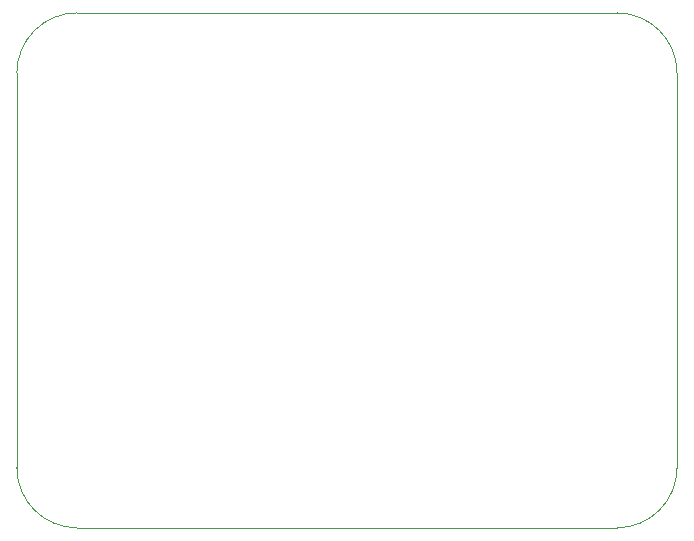
<source format=gm1>
G04 #@! TF.GenerationSoftware,KiCad,Pcbnew,(5.1.2)-1*
G04 #@! TF.CreationDate,2019-12-31T23:39:52-05:00*
G04 #@! TF.ProjectId,modulator,6d6f6475-6c61-4746-9f72-2e6b69636164,rev?*
G04 #@! TF.SameCoordinates,Original*
G04 #@! TF.FileFunction,Profile,NP*
%FSLAX46Y46*%
G04 Gerber Fmt 4.6, Leading zero omitted, Abs format (unit mm)*
G04 Created by KiCad (PCBNEW (5.1.2)-1) date 2019-12-31 23:39:52*
%MOMM*%
%LPD*%
G04 APERTURE LIST*
%ADD10C,0.050000*%
G04 APERTURE END LIST*
D10*
X176400000Y-79600000D02*
X222100000Y-79600000D01*
X171300000Y-41100000D02*
X171300000Y-74500000D01*
X227200000Y-41100000D02*
X227200000Y-74500000D01*
X176400000Y-36000000D02*
X222100000Y-36000000D01*
X176400000Y-79600000D02*
G75*
G02X171300000Y-74500000I0J5100000D01*
G01*
X222100000Y-36000000D02*
G75*
G02X227200000Y-41100000I0J-5100000D01*
G01*
X227200000Y-74500000D02*
G75*
G02X222100000Y-79600000I-5100000J0D01*
G01*
X171300000Y-41100000D02*
G75*
G02X176400000Y-36000000I5100000J0D01*
G01*
M02*

</source>
